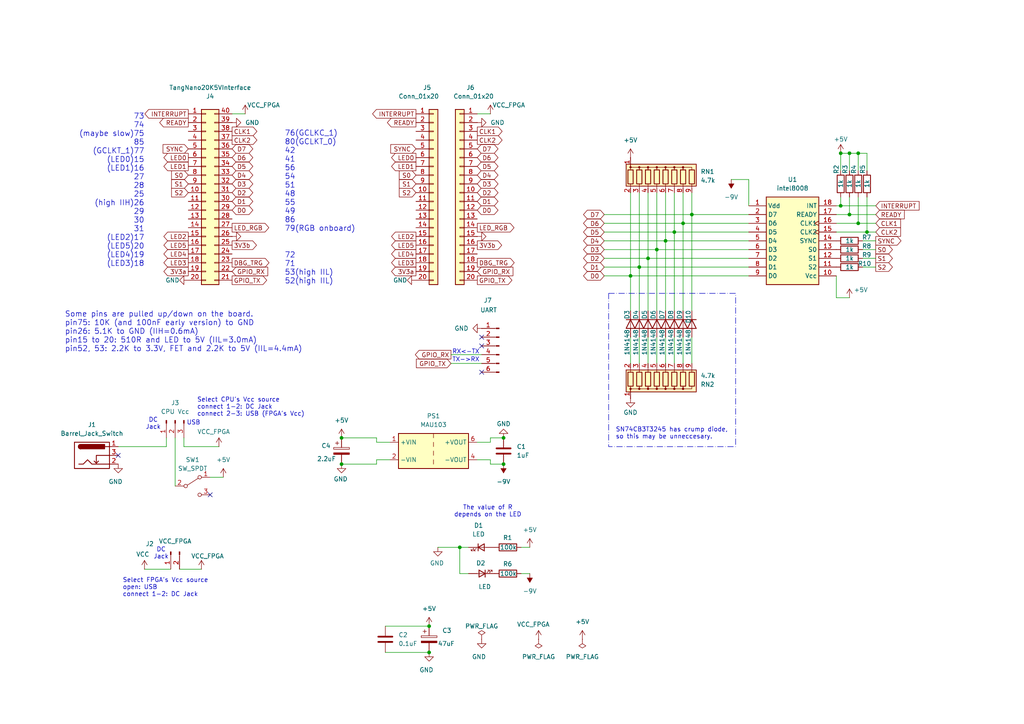
<source format=kicad_sch>
(kicad_sch (version 20231120) (generator "eeschema") (generator_version "8.0")
  (paper "A4")
  (title_block (title "Memory System for Intel 8008  (MCS-8) using Tang Nano 20K") (date "2024-08-02") (rev "1.0") (company "Ryo Mukai"))
  (lib_symbols
    (symbol "000_MyLibrary:1N4148" (pin_numbers hide) (pin_names hide)
      (property "Reference" "D" (at 0 2.54 0))
      (property "Value" "1N4148" (at 0 -2.54 0))
      (symbol "1N4148_1_1"
        (pin passive line (at -3.81 0 0) (length 2.54) (name "K") (number "1"))
        (pin passive line (at 3.81 0 180) (length 2.54) (name "A") (number "2"))
      )
    )
    (symbol "000_MyLibrary:Barrel_Jack_Switch" (pin_names hide)
      (property "Reference" "J" (at 0 5.334 0))
      (property "Value" "Barrel_Jack_Switch" (at 0 -5.08 0))
      (symbol "Barrel_Jack_Switch_1_1"
        (pin passive line (at 7.62 2.54 180) (length 2.54) (name "~") (number "1"))
        (pin passive line (at 7.62 -2.54 180) (length 2.54) (name "~") (number "2"))
        (pin passive line (at 7.62 0 180) (length 2.54) (name "~") (number "3"))
      )
    )
    (symbol "000_MyLibrary:C" (pin_numbers hide) (pin_names (offset 0.254))
      (property "Reference" "C" (at 0.635 2.54 0))
      (property "Value" "C" (at 0.635 -2.54 0))
      (symbol "C_1_1"
        (pin passive line (at 0 3.81 270) (length 2.794) (name "~") (number "1"))
        (pin passive line (at 0 -3.81 90) (length 2.794) (name "~") (number "2"))
      )
    )
    (symbol "000_MyLibrary:C_Polarized" (pin_numbers hide) (pin_names (offset 0.254))
      (property "Reference" "C" (at 0.635 2.54 0))
      (property "Value" "C_Polarized" (at 0.635 -2.54 0))
      (symbol "C_Polarized_1_1"
        (pin passive line (at 0 3.81 270) (length 2.794) (name "~") (number "1"))
        (pin passive line (at 0 -3.81 90) (length 2.794) (name "~") (number "2"))
      )
    )
    (symbol "000_MyLibrary:Conn_01x02_Male" (pin_names (offset 1.016) hide)
      (property "Reference" "J" (at 0 2.54 0))
      (property "Value" "Conn_01x02_Male" (at 0 -5.08 0))
      (symbol "Conn_01x02_Male_1_1"
        (pin passive line (at 5.08 0 180) (length 3.81) (name "Pin_1") (number "1"))
        (pin passive line (at 5.08 -2.54 180) (length 3.81) (name "Pin_2") (number "2"))
      )
    )
    (symbol "000_MyLibrary:Conn_01x03_Male" (pin_names (offset 1.016) hide)
      (property "Reference" "J" (at 0 5.08 0))
      (property "Value" "Conn_01x03_Male" (at 0 -5.08 0))
      (symbol "Conn_01x03_Male_1_1"
        (pin passive line (at 5.08 2.54 180) (length 3.81) (name "Pin_1") (number "1"))
        (pin passive line (at 5.08 0 180) (length 3.81) (name "Pin_2") (number "2"))
        (pin passive line (at 5.08 -2.54 180) (length 3.81) (name "Pin_3") (number "3"))
      )
    )
    (symbol "000_MyLibrary:Conn_01x06_Pin" (pin_names (offset 1.016) hide)
      (property "Reference" "J" (at 0 7.62 0))
      (property "Value" "Conn_01x06_Pin" (at 0 -10.16 0))
      (symbol "Conn_01x06_Pin_1_1"
        (pin passive line (at 5.08 5.08 180) (length 3.81) (name "Pin_1") (number "1"))
        (pin passive line (at 5.08 2.54 180) (length 3.81) (name "Pin_2") (number "2"))
        (pin passive line (at 5.08 0 180) (length 3.81) (name "Pin_3") (number "3"))
        (pin passive line (at 5.08 -2.54 180) (length 3.81) (name "Pin_4") (number "4"))
        (pin passive line (at 5.08 -5.08 180) (length 3.81) (name "Pin_5") (number "5"))
        (pin passive line (at 5.08 -7.62 180) (length 3.81) (name "Pin_6") (number "6"))
      )
    )
    (symbol "000_MyLibrary:Conn_01x20" (pin_names (offset 1.016) hide)
      (property "Reference" "J" (at 0 25.4 0))
      (property "Value" "Conn_01x20" (at 0 -27.94 0))
      (symbol "Conn_01x20_1_1"
        (pin passive line (at -5.08 22.86 0) (length 3.81) (name "Pin_1") (number "1"))
        (pin passive line (at -5.08 0 0) (length 3.81) (name "Pin_10") (number "10"))
        (pin passive line (at -5.08 -2.54 0) (length 3.81) (name "Pin_11") (number "11"))
        (pin passive line (at -5.08 -5.08 0) (length 3.81) (name "Pin_12") (number "12"))
        (pin passive line (at -5.08 -7.62 0) (length 3.81) (name "Pin_13") (number "13"))
        (pin passive line (at -5.08 -10.16 0) (length 3.81) (name "Pin_14") (number "14"))
        (pin passive line (at -5.08 -12.7 0) (length 3.81) (name "Pin_15") (number "15"))
        (pin passive line (at -5.08 -15.24 0) (length 3.81) (name "Pin_16") (number "16"))
        (pin passive line (at -5.08 -17.78 0) (length 3.81) (name "Pin_17") (number "17"))
        (pin passive line (at -5.08 -20.32 0) (length 3.81) (name "Pin_18") (number "18"))
        (pin passive line (at -5.08 -22.86 0) (length 3.81) (name "Pin_19") (number "19"))
        (pin passive line (at -5.08 20.32 0) (length 3.81) (name "Pin_2") (number "2"))
        (pin passive line (at -5.08 -25.4 0) (length 3.81) (name "Pin_20") (number "20"))
        (pin passive line (at -5.08 17.78 0) (length 3.81) (name "Pin_3") (number "3"))
        (pin passive line (at -5.08 15.24 0) (length 3.81) (name "Pin_4") (number "4"))
        (pin passive line (at -5.08 12.7 0) (length 3.81) (name "Pin_5") (number "5"))
        (pin passive line (at -5.08 10.16 0) (length 3.81) (name "Pin_6") (number "6"))
        (pin passive line (at -5.08 7.62 0) (length 3.81) (name "Pin_7") (number "7"))
        (pin passive line (at -5.08 5.08 0) (length 3.81) (name "Pin_8") (number "8"))
        (pin passive line (at -5.08 2.54 0) (length 3.81) (name "Pin_9") (number "9"))
      )
    )
    (symbol "000_MyLibrary:Conn_02x20_Counter_Clockwise" (pin_names (offset 1.016) hide)
      (property "Reference" "J" (at 1.27 25.4 0))
      (property "Value" "Conn_02x20_Counter_Clockwise" (at 1.27 -27.94 0))
      (symbol "Conn_02x20_Counter_Clockwise_1_1"
        (pin passive line (at -5.08 22.86 0) (length 3.81) (name "Pin_1") (number "1"))
        (pin passive line (at -5.08 0 0) (length 3.81) (name "Pin_10") (number "10"))
        (pin passive line (at -5.08 -2.54 0) (length 3.81) (name "Pin_11") (number "11"))
        (pin passive line (at -5.08 -5.08 0) (length 3.81) (name "Pin_12") (number "12"))
        (pin passive line (at -5.08 -7.62 0) (length 3.81) (name "Pin_13") (number "13"))
        (pin passive line (at -5.08 -10.16 0) (length 3.81) (name "Pin_14") (number "14"))
        (pin passive line (at -5.08 -12.7 0) (length 3.81) (name "Pin_15") (number "15"))
        (pin passive line (at -5.08 -15.24 0) (length 3.81) (name "Pin_16") (number "16"))
        (pin passive line (at -5.08 -17.78 0) (length 3.81) (name "Pin_17") (number "17"))
        (pin passive line (at -5.08 -20.32 0) (length 3.81) (name "Pin_18") (number "18"))
        (pin passive line (at -5.08 -22.86 0) (length 3.81) (name "Pin_19") (number "19"))
        (pin passive line (at -5.08 20.32 0) (length 3.81) (name "Pin_2") (number "2"))
        (pin passive line (at -5.08 -25.4 0) (length 3.81) (name "Pin_20") (number "20"))
        (pin passive line (at 7.62 -25.4 180) (length 3.81) (name "Pin_21") (number "21"))
        (pin passive line (at 7.62 -22.86 180) (length 3.81) (name "Pin_22") (number "22"))
        (pin passive line (at 7.62 -20.32 180) (length 3.81) (name "Pin_23") (number "23"))
        (pin passive line (at 7.62 -17.78 180) (length 3.81) (name "Pin_24") (number "24"))
        (pin passive line (at 7.62 -15.24 180) (length 3.81) (name "Pin_25") (number "25"))
        (pin passive line (at 7.62 -12.7 180) (length 3.81) (name "Pin_26") (number "26"))
        (pin passive line (at 7.62 -10.16 180) (length 3.81) (name "Pin_27") (number "27"))
        (pin passive line (at 7.62 -7.62 180) (length 3.81) (name "Pin_28") (number "28"))
        (pin passive line (at 7.62 -5.08 180) (length 3.81) (name "Pin_29") (number "29"))
        (pin passive line (at -5.08 17.78 0) (length 3.81) (name "Pin_3") (number "3"))
        (pin passive line (at 7.62 -2.54 180) (length 3.81) (name "Pin_30") (number "30"))
        (pin passive line (at 7.62 0 180) (length 3.81) (name "Pin_31") (number "31"))
        (pin passive line (at 7.62 2.54 180) (length 3.81) (name "Pin_32") (number "32"))
        (pin passive line (at 7.62 5.08 180) (length 3.81) (name "Pin_33") (number "33"))
        (pin passive line (at 7.62 7.62 180) (length 3.81) (name "Pin_34") (number "34"))
        (pin passive line (at 7.62 10.16 180) (length 3.81) (name "Pin_35") (number "35"))
        (pin passive line (at 7.62 12.7 180) (length 3.81) (name "Pin_36") (number "36"))
        (pin passive line (at 7.62 15.24 180) (length 3.81) (name "Pin_37") (number "37"))
        (pin passive line (at 7.62 17.78 180) (length 3.81) (name "Pin_38") (number "38"))
        (pin passive line (at 7.62 20.32 180) (length 3.81) (name "Pin_39") (number "39"))
        (pin passive line (at -5.08 15.24 0) (length 3.81) (name "Pin_4") (number "4"))
        (pin passive line (at 7.62 22.86 180) (length 3.81) (name "Pin_40") (number "40"))
        (pin passive line (at -5.08 12.7 0) (length 3.81) (name "Pin_5") (number "5"))
        (pin passive line (at -5.08 10.16 0) (length 3.81) (name "Pin_6") (number "6"))
        (pin passive line (at -5.08 7.62 0) (length 3.81) (name "Pin_7") (number "7"))
        (pin passive line (at -5.08 5.08 0) (length 3.81) (name "Pin_8") (number "8"))
        (pin passive line (at -5.08 2.54 0) (length 3.81) (name "Pin_9") (number "9"))
      )
    )
    (symbol "000_MyLibrary:LED" (pin_numbers hide) (pin_names (offset 1.016) hide)
      (property "Reference" "D" (at 0.254 2.54 0))
      (property "Value" "LED" (at 0.254 -2.54 0))
      (symbol "LED_1_1"
        (pin passive line (at -3.81 0 0) (length 2.54) (name "K") (number "1"))
        (pin passive line (at 3.81 0 180) (length 2.54) (name "A") (number "2"))
      )
    )
    (symbol "000_MyLibrary:MAU103"
      (property "Reference" "PS" (at 0 11.43 0))
      (property "Value" "MAU103" (at 0 8.89 0))
      (symbol "MAU103_1_1"
        (pin power_in line (at -12.7 5.08 0) (length 2.54) (name "+VIN") (number "1"))
        (pin power_in line (at -12.7 0 0) (length 2.54) (name "-VIN") (number "2"))
        (pin power_out line (at 12.7 0 180) (length 2.54) (name "-VOUT") (number "4"))
        (pin power_out line (at 12.7 5.08 180) (length 2.54) (name "+VOUT") (number "6"))
      )
    )
    (symbol "000_MyLibrary:R" (pin_numbers hide) (pin_names (offset 0))
      (property "Reference" "R" (at 2.032 0 90))
      (property "Value" "R" (at 0 0 90))
      (symbol "R_1_1"
        (pin passive line (at 0 3.81 270) (length 1.27) (name "~") (number "1"))
        (pin passive line (at 0 -3.81 90) (length 1.27) (name "~") (number "2"))
      )
    )
    (symbol "000_MyLibrary:R_Network08" (pin_names (offset 0) hide)
      (property "Reference" "RN" (at -12.7 0 90))
      (property "Value" "R_Network08" (at 10.16 0 90))
      (symbol "R_Network08_1_1"
        (pin passive line (at -10.16 5.08 270) (length 2.54) (name "common") (number "1"))
        (pin passive line (at -10.16 -5.08 90) (length 1.27) (name "R1") (number "2"))
        (pin passive line (at -7.62 -5.08 90) (length 1.27) (name "R2") (number "3"))
        (pin passive line (at -5.08 -5.08 90) (length 1.27) (name "R3") (number "4"))
        (pin passive line (at -2.54 -5.08 90) (length 1.27) (name "R4") (number "5"))
        (pin passive line (at 0 -5.08 90) (length 1.27) (name "R5") (number "6"))
        (pin passive line (at 2.54 -5.08 90) (length 1.27) (name "R6") (number "7"))
        (pin passive line (at 5.08 -5.08 90) (length 1.27) (name "R7") (number "8"))
        (pin passive line (at 7.62 -5.08 90) (length 1.27) (name "R8") (number "9"))
      )
    )
    (symbol "000_MyLibrary:SW_SPDT" (pin_names (offset 0) hide)
      (property "Reference" "SW" (at 0 4.318 0))
      (property "Value" "SW_SPDT" (at 0 -5.08 0))
      (symbol "SW_SPDT_1_1"
        (pin passive line (at 5.08 2.54 180) (length 2.54) (name "A") (number "1"))
        (pin passive line (at -5.08 0 0) (length 2.54) (name "B") (number "2"))
        (pin passive line (at 5.08 -2.54 180) (length 2.54) (name "C") (number "3"))
      )
    )
    (symbol "000_MyLibrary:intel8008"
      (property "Reference" "U" (at -7.62 16.51 0))
      (property "Value" "intel8008" (at 0 13.97 0))
      (symbol "intel8008_1_0"
        (pin power_in line (at -12.7 10.16 0) (length 5.08) (name "Vdd") (number "1"))
        (pin power_in line (at 12.7 -10.16 180) (length 5.08) (name "Vcc") (number "10"))
        (pin output line (at 12.7 -7.62 180) (length 5.08) (name "S2") (number "11"))
        (pin output line (at 12.7 -5.08 180) (length 5.08) (name "S1") (number "12"))
        (pin output line (at 12.7 -2.54 180) (length 5.08) (name "S0") (number "13"))
        (pin output line (at 12.7 0 180) (length 5.08) (name "SYNC") (number "14"))
        (pin output clock (at 12.7 2.54 180) (length 5.08) (name "CLK2") (number "15"))
        (pin output clock (at 12.7 5.08 180) (length 5.08) (name "CLK1") (number "16"))
        (pin input line (at 12.7 7.62 180) (length 5.08) (name "READY") (number "17"))
        (pin input line (at 12.7 10.16 180) (length 5.08) (name "INT") (number "18"))
        (pin bidirectional line (at -12.7 7.62 0) (length 5.08) (name "D7") (number "2"))
        (pin bidirectional line (at -12.7 5.08 0) (length 5.08) (name "D6") (number "3"))
        (pin bidirectional line (at -12.7 2.54 0) (length 5.08) (name "D5") (number "4"))
        (pin bidirectional line (at -12.7 0 0) (length 5.08) (name "D4") (number "5"))
        (pin bidirectional line (at -12.7 -2.54 0) (length 5.08) (name "D3") (number "6"))
        (pin bidirectional line (at -12.7 -5.08 0) (length 5.08) (name "D2") (number "7"))
        (pin bidirectional line (at -12.7 -7.62 0) (length 5.08) (name "D1") (number "8"))
        (pin bidirectional line (at -12.7 -10.16 0) (length 5.08) (name "D0") (number "9"))
      )
    )
    (symbol "power:+5V" (power) (pin_numbers hide) (pin_names (offset 0) hide)
      (property "Value" "+5V" (at 0 3.556 0))
      (symbol "+5V_1_1"
        (pin power_in line (at 0 0 90) (length 0) (name "~") (number "1"))
      )
    )
    (symbol "power:-9V" (power) (pin_numbers hide) (pin_names (offset 0) hide)
      (property "Value" "-9V" (at 0 3.556 0))
      (symbol "-9V_1_1"
        (pin power_in line (at 0 0 90) (length 0) (name "~") (number "1"))
      )
    )
    (symbol "power:GND" (power) (pin_numbers hide) (pin_names (offset 0) hide)
      (property "Value" "GND" (at 0 -3.81 0))
      (symbol "GND_1_1"
        (pin power_in line (at 0 0 270) (length 0) (name "~") (number "1"))
      )
    )
    (symbol "power:PWR_FLAG" (power) (pin_numbers hide) (pin_names (offset 0) hide)
      (property "Value" "PWR_FLAG" (at 0 3.81 0))
      (symbol "PWR_FLAG_0_0"
        (pin power_out line (at 0 0 90) (length 0) (name "~") (number "1"))
      )
    )
    (symbol "power:VCC" (power) (pin_numbers hide) (pin_names (offset 0) hide)
      (property "Value" "VCC" (at 0 3.556 0))
      (symbol "VCC_1_1"
        (pin power_in line (at 0 0 90) (length 0) (name "~") (number "1"))
      )
    )
  )
  (junction (at 124.46 181.61))
  (junction (at 248.92 44.45))
  (junction (at 146.05 134.62))
  (junction (at 246.38 44.45))
  (junction (at 193.04 69.85))
  (junction (at 248.92 64.77))
  (junction (at 195.58 67.31))
  (junction (at 99.06 134.62))
  (junction (at 198.12 64.77))
  (junction (at 243.84 44.45))
  (junction (at 133.35 158.75))
  (junction (at 124.46 189.23))
  (junction (at 182.88 80.01))
  (junction (at 243.84 59.69))
  (junction (at 246.38 62.23))
  (junction (at 185.42 77.47))
  (junction (at 99.06 127))
  (junction (at 251.46 67.31))
  (junction (at 200.66 62.23))
  (junction (at 187.96 74.93))
  (junction (at 190.5 72.39))
  (junction (at 146.05 127))
  (no_connect (at 139.7 97.79))
  (no_connect (at 139.7 107.95))
  (no_connect (at 139.7 100.33))
  (no_connect (at 60.96 143.51))
  (no_connect (at 34.29 132.08))
  (wire (pts (xy 48.26 127) (xy 48.26 129.54)))
  (wire (pts (xy 142.24 134.62) (xy 146.05 134.62)))
  (wire (pts (xy 175.26 77.47) (xy 185.42 77.47)))
  (wire (pts (xy 248.92 49.53) (xy 248.92 44.45)))
  (wire (pts (xy 248.92 64.77) (xy 254 64.77)))
  (wire (pts (xy 50.8 127) (xy 50.8 140.97)))
  (wire (pts (xy 34.29 129.54) (xy 48.26 129.54)))
  (wire (pts (xy 175.26 69.85) (xy 193.04 69.85)))
  (wire (pts (xy 195.58 105.41) (xy 195.58 97.79)))
  (wire (pts (xy 193.04 105.41) (xy 193.04 97.79)))
  (wire (pts (xy 190.5 55.88) (xy 190.5 72.39)))
  (wire (pts (xy 151.13 166.37) (xy 153.67 166.37)))
  (wire (pts (xy 142.24 127) (xy 146.05 127)))
  (wire (pts (xy 198.12 64.77) (xy 198.12 90.17)))
  (wire (pts (xy 142.24 133.35) (xy 138.43 133.35)))
  (wire (pts (xy 251.46 44.45) (xy 248.92 44.45)))
  (wire (pts (xy 242.57 86.36) (xy 242.57 80.01)))
  (wire (pts (xy 175.26 67.31) (xy 195.58 67.31)))
  (wire (pts (xy 243.84 59.69) (xy 254 59.69)))
  (wire (pts (xy 250.19 74.93) (xy 254 74.93)))
  (wire (pts (xy 53.34 129.54) (xy 53.34 127)))
  (wire (pts (xy 182.88 105.41) (xy 182.88 97.79)))
  (wire (pts (xy 243.84 49.53) (xy 243.84 44.45)))
  (wire (pts (xy 251.46 67.31) (xy 254 67.31)))
  (wire (pts (xy 187.96 74.93) (xy 187.96 90.17)))
  (wire (pts (xy 246.38 62.23) (xy 254 62.23)))
  (wire (pts (xy 175.26 72.39) (xy 190.5 72.39)))
  (wire (pts (xy 133.35 166.37) (xy 135.89 166.37)))
  (wire (pts (xy 250.19 77.47) (xy 254 77.47)))
  (wire (pts (xy 190.5 72.39) (xy 217.17 72.39)))
  (wire (pts (xy 151.13 158.75) (xy 153.67 158.75)))
  (wire (pts (xy 242.57 62.23) (xy 246.38 62.23)))
  (wire (pts (xy 248.92 57.15) (xy 248.92 64.77)))
  (wire (pts (xy 185.42 77.47) (xy 185.42 90.17)))
  (wire (pts (xy 175.26 74.93) (xy 187.96 74.93)))
  (wire (pts (xy 248.92 44.45) (xy 246.38 44.45)))
  (wire (pts (xy 111.76 189.23) (xy 124.46 189.23)))
  (wire (pts (xy 193.04 69.85) (xy 193.04 90.17)))
  (wire (pts (xy 251.46 49.53) (xy 251.46 44.45)))
  (wire (pts (xy 200.66 62.23) (xy 200.66 90.17)))
  (wire (pts (xy 200.66 55.88) (xy 200.66 62.23)))
  (wire (pts (xy 142.24 128.27) (xy 142.24 127)))
  (wire (pts (xy 242.57 59.69) (xy 243.84 59.69)))
  (wire (pts (xy 217.17 52.07) (xy 217.17 59.69)))
  (wire (pts (xy 109.22 134.62) (xy 109.22 133.35)))
  (wire (pts (xy 142.24 133.35) (xy 142.24 134.62)))
  (wire (pts (xy 195.58 55.88) (xy 195.58 67.31)))
  (wire (pts (xy 250.19 72.39) (xy 254 72.39)))
  (wire (pts (xy 127 158.75) (xy 133.35 158.75)))
  (wire (pts (xy 182.88 55.88) (xy 182.88 80.01)))
  (wire (pts (xy 71.12 33.02) (xy 67.31 33.02)))
  (wire (pts (xy 175.26 80.01) (xy 182.88 80.01)))
  (wire (pts (xy 109.22 128.27) (xy 113.03 128.27)))
  (wire (pts (xy 212.09 52.07) (xy 217.17 52.07)))
  (wire (pts (xy 52.07 165.1) (xy 58.42 165.1)))
  (wire (pts (xy 182.88 80.01) (xy 217.17 80.01)))
  (wire (pts (xy 246.38 57.15) (xy 246.38 62.23)))
  (wire (pts (xy 198.12 105.41) (xy 198.12 97.79)))
  (wire (pts (xy 175.26 64.77) (xy 198.12 64.77)))
  (wire (pts (xy 133.35 158.75) (xy 135.89 158.75)))
  (wire (pts (xy 195.58 67.31) (xy 195.58 90.17)))
  (wire (pts (xy 243.84 57.15) (xy 243.84 59.69)))
  (wire (pts (xy 175.26 62.23) (xy 200.66 62.23)))
  (wire (pts (xy 63.5 129.54) (xy 53.34 129.54)))
  (wire (pts (xy 190.5 72.39) (xy 190.5 90.17)))
  (wire (pts (xy 246.38 44.45) (xy 243.84 44.45)))
  (wire (pts (xy 185.42 105.41) (xy 185.42 97.79)))
  (wire (pts (xy 41.91 165.1) (xy 49.53 165.1)))
  (wire (pts (xy 242.57 64.77) (xy 248.92 64.77)))
  (wire (pts (xy 142.24 33.02) (xy 138.43 33.02)))
  (wire (pts (xy 187.96 105.41) (xy 187.96 97.79)))
  (wire (pts (xy 109.22 133.35) (xy 113.03 133.35)))
  (wire (pts (xy 250.19 69.85) (xy 254 69.85)))
  (wire (pts (xy 99.06 127) (xy 109.22 127)))
  (wire (pts (xy 130.81 102.87) (xy 139.7 102.87)))
  (wire (pts (xy 200.66 105.41) (xy 200.66 97.79)))
  (wire (pts (xy 60.96 138.43) (xy 64.77 138.43)))
  (wire (pts (xy 182.88 90.17) (xy 182.88 80.01)))
  (wire (pts (xy 109.22 127) (xy 109.22 128.27)))
  (wire (pts (xy 187.96 74.93) (xy 217.17 74.93)))
  (wire (pts (xy 246.38 86.36) (xy 242.57 86.36)))
  (wire (pts (xy 111.76 181.61) (xy 124.46 181.61)))
  (wire (pts (xy 198.12 64.77) (xy 217.17 64.77)))
  (wire (pts (xy 251.46 57.15) (xy 251.46 67.31)))
  (wire (pts (xy 185.42 55.88) (xy 185.42 77.47)))
  (wire (pts (xy 138.43 128.27) (xy 142.24 128.27)))
  (wire (pts (xy 133.35 158.75) (xy 133.35 166.37)))
  (wire (pts (xy 99.06 134.62) (xy 109.22 134.62)))
  (wire (pts (xy 193.04 55.88) (xy 193.04 69.85)))
  (wire (pts (xy 193.04 69.85) (xy 217.17 69.85)))
  (wire (pts (xy 190.5 105.41) (xy 190.5 97.79)))
  (wire (pts (xy 187.96 55.88) (xy 187.96 74.93)))
  (wire (pts (xy 185.42 77.47) (xy 217.17 77.47)))
  (wire (pts (xy 198.12 55.88) (xy 198.12 64.77)))
  (wire (pts (xy 130.81 105.41) (xy 139.7 105.41)))
  (wire (pts (xy 242.57 67.31) (xy 251.46 67.31)))
  (wire (pts (xy 195.58 67.31) (xy 217.17 67.31)))
  (wire (pts (xy 200.66 62.23) (xy 217.17 62.23)))
  (wire (pts (xy 246.38 49.53) (xy 246.38 44.45)))
  (rectangle (start 176.53 85.09) (end 213.36 129.54) (stroke (width 0) (type dash_dot)))
  (text "SN74CB3T3245 has crump diode, \nso this may be unneccesary." (at 178.562 125.73 0) (effects (font (size 1.27 1.27)) (justify left)))
  (text "RX<-TX" (at 135.128 102.108 0) (effects (font (size 1.27 1.27))))
  (text "USB" (at 56.134 122.682 0) (effects (font (size 1.27 1.27))))
  (text "72\n71\n53(high IIL)\n52(high IIL)" (at 82.55 82.55 0) (effects (font (size 1.56 1.56)) (justify left bottom)))
  (text "73\n74\n(maybe slow)75\n85\n(GCLKT_1)77\n(LED0)15\n(LED1)16\n27\n28\n25\n(high IIH)26\n29\n30\n31\n(LED2)17\n(LED5)20\n(LED4)19\n(LED3)18" (at 41.91 77.47 0) (effects (font (size 1.56 1.56)) (justify right bottom)))
  (text "76(GCLKC_1)\n80(GCLKT_0)\n42\n41\n56\n54\n51\n48\n55\n49\n86\n79(RGB onboard)" (at 82.55 67.31 0) (effects (font (size 1.56 1.56)) (justify left bottom)))
  (text "Some pins are pulled up/down on the board.\npin75: 10K (and 100nF early version) to GND\npin26: 5.1K to GND (IIH=0.6mA)\npin15 to 20: 510R and LED to 5V (IIL=3.0mA)\npin52, 53: 2.2K to 3.3V, FET and 2.2K to 5V (IIL=4.4mA)\n" (at 18.796 96.266 0) (effects (font (size 1.56 1.56)) (justify left)))
  (text "DC\nJack" (at 46.736 160.528 0) (effects (font (size 1.27 1.27))))
  (text "Select FPGA's Vcc source\nopen: USB\nconnect 1-2: DC Jack" (at 35.56 170.434 0) (effects (font (size 1.27 1.27)) (justify left)))
  (text "Select CPU's Vcc source\nconnect 1-2: DC Jack\nconnect 2-3: USB (FPGA's Vcc)" (at 57.15 118.11 0) (effects (font (size 1.27 1.27)) (justify left)))
  (text "DC\nJack" (at 44.45 122.936 0) (effects (font (size 1.27 1.27))))
  (text "The value of R\ndepends on the LED" (at 141.478 148.336 0) (effects (font (size 1.27 1.27))))
  (text "TX->RX" (at 135.128 104.394 0) (effects (font (size 1.27 1.27))))
  (global_label "D7" (shape bidirectional) (at 67.31 43.18 0) (property "Intersheetrefs" "${INTERSHEET_REFS}" (effects (hide yes))))
  (global_label "CLK2" (shape output) (at 67.31 40.64 0) (property "Intersheetrefs" "${INTERSHEET_REFS}" (effects (hide yes))))
  (global_label "CLK2" (shape input) (at 254 67.31 0) (property "Intersheetrefs" "${INTERSHEET_REFS}" (effects (hide yes))))
  (global_label "D6" (shape bidirectional) (at 67.31 45.72 0) (property "Intersheetrefs" "${INTERSHEET_REFS}" (effects (hide yes))))
  (global_label "S2" (shape input) (at 120.65 55.88 180) (property "Intersheetrefs" "${INTERSHEET_REFS}" (effects (hide yes))))
  (global_label "LED0" (shape output) (at 54.61 45.72 180) (property "Intersheetrefs" "${INTERSHEET_REFS}" (effects (hide yes))))
  (global_label "READY" (shape output) (at 54.61 35.56 180) (property "Intersheetrefs" "${INTERSHEET_REFS}" (effects (hide yes))))
  (global_label "D4" (shape bidirectional) (at 67.31 50.8 0) (property "Intersheetrefs" "${INTERSHEET_REFS}" (effects (hide yes))))
  (global_label "SYNC" (shape input) (at 54.61 43.18 180) (property "Intersheetrefs" "${INTERSHEET_REFS}" (effects (hide yes))))
  (global_label "CLK2" (shape output) (at 138.43 40.64 0) (property "Intersheetrefs" "${INTERSHEET_REFS}" (effects (hide yes))))
  (global_label "D1" (shape bidirectional) (at 67.31 58.42 0) (property "Intersheetrefs" "${INTERSHEET_REFS}" (effects (hide yes))))
  (global_label "D3" (shape bidirectional) (at 138.43 53.34 0) (property "Intersheetrefs" "${INTERSHEET_REFS}" (effects (hide yes))))
  (global_label "GPIO_TX" (shape output) (at 138.43 81.28 0) (property "Intersheetrefs" "${INTERSHEET_REFS}" (effects (hide yes))))
  (global_label "D4" (shape bidirectional) (at 138.43 50.8 0) (property "Intersheetrefs" "${INTERSHEET_REFS}" (effects (hide yes))))
  (global_label "D3" (shape bidirectional) (at 175.26 72.39 180) (property "Intersheetrefs" "${INTERSHEET_REFS}" (effects (hide yes))))
  (global_label "3V3a" (shape output) (at 120.65 78.74 180) (property "Intersheetrefs" "${INTERSHEET_REFS}" (effects (hide yes))))
  (global_label "GPIO_TX" (shape output) (at 67.31 81.28 0) (property "Intersheetrefs" "${INTERSHEET_REFS}" (effects (hide yes))))
  (global_label "INTERRUPT" (shape input) (at 254 59.69 0) (property "Intersheetrefs" "${INTERSHEET_REFS}" (effects (hide yes))))
  (global_label "D0" (shape bidirectional) (at 138.43 60.96 0) (property "Intersheetrefs" "${INTERSHEET_REFS}" (effects (hide yes))))
  (global_label "READY" (shape input) (at 254 62.23 0) (property "Intersheetrefs" "${INTERSHEET_REFS}" (effects (hide yes))))
  (global_label "D5" (shape bidirectional) (at 67.31 48.26 0) (property "Intersheetrefs" "${INTERSHEET_REFS}" (effects (hide yes))))
  (global_label "CLK1" (shape output) (at 67.31 38.1 0) (property "Intersheetrefs" "${INTERSHEET_REFS}" (effects (hide yes))))
  (global_label "LED1" (shape output) (at 54.61 48.26 180) (property "Intersheetrefs" "${INTERSHEET_REFS}" (effects (hide yes))))
  (global_label "D2" (shape bidirectional) (at 67.31 55.88 0) (property "Intersheetrefs" "${INTERSHEET_REFS}" (effects (hide yes))))
  (global_label "D3" (shape bidirectional) (at 67.31 53.34 0) (property "Intersheetrefs" "${INTERSHEET_REFS}" (effects (hide yes))))
  (global_label "LED2" (shape output) (at 120.65 68.58 180) (property "Intersheetrefs" "${INTERSHEET_REFS}" (effects (hide yes))))
  (global_label "GPIO_RX" (shape output) (at 130.81 102.87 180) (property "Intersheetrefs" "${INTERSHEET_REFS}" (effects (hide yes))))
  (global_label "S0" (shape input) (at 54.61 50.8 180) (property "Intersheetrefs" "${INTERSHEET_REFS}" (effects (hide yes))))
  (global_label "D0" (shape bidirectional) (at 175.26 80.01 180) (property "Intersheetrefs" "${INTERSHEET_REFS}" (effects (hide yes))))
  (global_label "S1" (shape input) (at 120.65 53.34 180) (property "Intersheetrefs" "${INTERSHEET_REFS}" (effects (hide yes))))
  (global_label "LED_RGB" (shape output) (at 138.43 66.04 0) (property "Intersheetrefs" "${INTERSHEET_REFS}" (effects (hide yes))))
  (global_label "LED2" (shape output) (at 54.61 68.58 180) (property "Intersheetrefs" "${INTERSHEET_REFS}" (effects (hide yes))))
  (global_label "D1" (shape bidirectional) (at 175.26 77.47 180) (property "Intersheetrefs" "${INTERSHEET_REFS}" (effects (hide yes))))
  (global_label "LED5" (shape output) (at 54.61 71.12 180) (property "Intersheetrefs" "${INTERSHEET_REFS}" (effects (hide yes))))
  (global_label "LED5" (shape output) (at 120.65 71.12 180) (property "Intersheetrefs" "${INTERSHEET_REFS}" (effects (hide yes))))
  (global_label "3V3b" (shape output) (at 138.43 71.12 0) (property "Intersheetrefs" "${INTERSHEET_REFS}" (effects (hide yes))))
  (global_label "D7" (shape bidirectional) (at 175.26 62.23 180) (property "Intersheetrefs" "${INTERSHEET_REFS}" (effects (hide yes))))
  (global_label "LED0" (shape output) (at 120.65 45.72 180) (property "Intersheetrefs" "${INTERSHEET_REFS}" (effects (hide yes))))
  (global_label "CLK1" (shape output) (at 138.43 38.1 0) (property "Intersheetrefs" "${INTERSHEET_REFS}" (effects (hide yes))))
  (global_label "S0" (shape input) (at 120.65 50.8 180) (property "Intersheetrefs" "${INTERSHEET_REFS}" (effects (hide yes))))
  (global_label "INTERRUPT" (shape output) (at 120.65 33.02 180) (property "Intersheetrefs" "${INTERSHEET_REFS}" (effects (hide yes))))
  (global_label "D1" (shape bidirectional) (at 138.43 58.42 0) (property "Intersheetrefs" "${INTERSHEET_REFS}" (effects (hide yes))))
  (global_label "S2" (shape input) (at 54.61 55.88 180) (property "Intersheetrefs" "${INTERSHEET_REFS}" (effects (hide yes))))
  (global_label "INTERRUPT" (shape output) (at 54.61 33.02 180) (property "Intersheetrefs" "${INTERSHEET_REFS}" (effects (hide yes))))
  (global_label "3V3b" (shape output) (at 67.31 71.12 0) (property "Intersheetrefs" "${INTERSHEET_REFS}" (effects (hide yes))))
  (global_label "D5" (shape bidirectional) (at 175.26 67.31 180) (property "Intersheetrefs" "${INTERSHEET_REFS}" (effects (hide yes))))
  (global_label "D6" (shape bidirectional) (at 175.26 64.77 180) (property "Intersheetrefs" "${INTERSHEET_REFS}" (effects (hide yes))))
  (global_label "LED4" (shape output) (at 54.61 73.66 180) (property "Intersheetrefs" "${INTERSHEET_REFS}" (effects (hide yes))))
  (global_label "DBG_TRG" (shape output) (at 138.43 76.2 0) (property "Intersheetrefs" "${INTERSHEET_REFS}" (effects (hide yes))))
  (global_label "SYNC" (shape output) (at 254 69.85 0) (property "Intersheetrefs" "${INTERSHEET_REFS}" (effects (hide yes))))
  (global_label "LED3" (shape output) (at 54.61 76.2 180) (property "Intersheetrefs" "${INTERSHEET_REFS}" (effects (hide yes))))
  (global_label "D5" (shape bidirectional) (at 138.43 48.26 0) (property "Intersheetrefs" "${INTERSHEET_REFS}" (effects (hide yes))))
  (global_label "DBG_TRG" (shape output) (at 67.31 76.2 0) (property "Intersheetrefs" "${INTERSHEET_REFS}" (effects (hide yes))))
  (global_label "D2" (shape bidirectional) (at 138.43 55.88 0) (property "Intersheetrefs" "${INTERSHEET_REFS}" (effects (hide yes))))
  (global_label "S1" (shape output) (at 254 74.93 0) (property "Intersheetrefs" "${INTERSHEET_REFS}" (effects (hide yes))))
  (global_label "SYNC" (shape input) (at 120.65 43.18 180) (property "Intersheetrefs" "${INTERSHEET_REFS}" (effects (hide yes))))
  (global_label "D2" (shape bidirectional) (at 175.26 74.93 180) (property "Intersheetrefs" "${INTERSHEET_REFS}" (effects (hide yes))))
  (global_label "READY" (shape output) (at 120.65 35.56 180) (property "Intersheetrefs" "${INTERSHEET_REFS}" (effects (hide yes))))
  (global_label "S1" (shape input) (at 54.61 53.34 180) (property "Intersheetrefs" "${INTERSHEET_REFS}" (effects (hide yes))))
  (global_label "3V3a" (shape output) (at 54.61 78.74 180) (property "Intersheetrefs" "${INTERSHEET_REFS}" (effects (hide yes))))
  (global_label "D7" (shape bidirectional) (at 138.43 43.18 0) (property "Intersheetrefs" "${INTERSHEET_REFS}" (effects (hide yes))))
  (global_label "GPIO_TX" (shape input) (at 130.81 105.41 180) (property "Intersheetrefs" "${INTERSHEET_REFS}" (effects (hide yes))))
  (global_label "GPIO_RX" (shape input) (at 138.43 78.74 0) (property "Intersheetrefs" "${INTERSHEET_REFS}" (effects (hide yes))))
  (global_label "D4" (shape bidirectional) (at 175.26 69.85 180) (property "Intersheetrefs" "${INTERSHEET_REFS}" (effects (hide yes))))
  (global_label "CLK1" (shape input) (at 254 64.77 0) (property "Intersheetrefs" "${INTERSHEET_REFS}" (effects (hide yes))))
  (global_label "LED4" (shape output) (at 120.65 73.66 180) (property "Intersheetrefs" "${INTERSHEET_REFS}" (effects (hide yes))))
  (global_label "LED1" (shape output) (at 120.65 48.26 180) (property "Intersheetrefs" "${INTERSHEET_REFS}" (effects (hide yes))))
  (global_label "LED_RGB" (shape output) (at 67.31 66.04 0) (property "Intersheetrefs" "${INTERSHEET_REFS}" (effects (hide yes))))
  (global_label "S2" (shape output) (at 254 77.47 0) (property "Intersheetrefs" "${INTERSHEET_REFS}" (effects (hide yes))))
  (global_label "S0" (shape output) (at 254 72.39 0) (property "Intersheetrefs" "${INTERSHEET_REFS}" (effects (hide yes))))
  (global_label "D0" (shape bidirectional) (at 67.31 60.96 0) (property "Intersheetrefs" "${INTERSHEET_REFS}" (effects (hide yes))))
  (global_label "D6" (shape bidirectional) (at 138.43 45.72 0) (property "Intersheetrefs" "${INTERSHEET_REFS}" (effects (hide yes))))
  (global_label "GPIO_RX" (shape input) (at 67.31 78.74 0) (property "Intersheetrefs" "${INTERSHEET_REFS}" (effects (hide yes))))
  (global_label "LED3" (shape output) (at 120.65 76.2 180) (property "Intersheetrefs" "${INTERSHEET_REFS}" (effects (hide yes))))
  (symbol (lib_id "power:VCC") (at 156.21 185.42 0) (unit 1)
    (property "Reference" "#PWR021" (effects (hide yes)))
    (property "Value" "VCC_FPGA" (at 154.686 181.102 0))
    (property "Description" "Power symbol creates a global label with name \"VCC\"" (effects (hide yes)))
  )
  (symbol (lib_id "000_MyLibrary:1N4148") (at 198.12 93.98 270) (unit 1)
    (property "Reference" "D9" (at 197.104 89.916 0) (effects (justify left)))
    (property "Value" "1N4148" (at 197.104 95.504 0) (effects (justify left)))
    (property "Description" "General Purpose Rectifier Diode" (effects (hide yes)))
    (property "Sim.Device" "D" (effects (hide yes)))
    (property "Sim.Pins" "1=K 2=A" (effects (hide yes)))
  )
  (symbol (lib_id "000_MyLibrary:R") (at 246.38 72.39 90) (unit 1)
    (property "Reference" "R8" (at 252.73 71.374 90) (effects (justify left)))
    (property "Value" "1k" (at 247.65 72.39 90) (effects (justify left)))
    (property "Footprint" "000_MyFootprint:R_Axial_DIN0207_L6.3mm_D2.5mm_P7.62mm_Horizontal" (effects (hide yes)))
    (property "Description" "Resistor" (effects (hide yes)))
  )
  (symbol (lib_id "000_MyLibrary:1N4148") (at 193.04 93.98 270) (unit 1)
    (property "Reference" "D7" (at 192.024 89.916 0) (effects (justify left)))
    (property "Value" "1N4148" (at 192.024 95.504 0) (effects (justify left)))
    (property "Description" "General Purpose Rectifier Diode" (effects (hide yes)))
    (property "Sim.Device" "D" (effects (hide yes)))
    (property "Sim.Pins" "1=K 2=A" (effects (hide yes)))
  )
  (symbol (lib_id "power:+5V") (at 64.77 138.43 0) (unit 1)
    (property "Reference" "#PWR025" (effects (hide yes)))
    (property "Value" "+5V" (at 64.77 133.35 0))
    (property "Description" "Power symbol creates a global label with name \"+5V\"" (effects (hide yes)))
  )
  (symbol (lib_id "power:+5V") (at 246.38 86.36 0) (unit 1)
    (property "Reference" "#PWR027" (effects (hide yes)))
    (property "Value" "+5V" (at 249.682 84.074 0))
    (property "Description" "Power symbol creates a global label with name \"+5V\"" (effects (hide yes)))
  )
  (symbol (lib_id "000_MyLibrary:1N4148") (at 187.96 93.98 270) (unit 1)
    (property "Reference" "D5" (at 186.944 89.916 0) (effects (justify left)))
    (property "Value" "1N4148" (at 186.944 95.504 0) (effects (justify left)))
    (property "Description" "General Purpose Rectifier Diode" (effects (hide yes)))
    (property "Sim.Device" "D" (effects (hide yes)))
    (property "Sim.Pins" "1=K 2=A" (effects (hide yes)))
  )
  (symbol (lib_id "power:VCC") (at 71.12 33.02 0) (unit 1)
    (property "Reference" "#PWR09" (effects (hide yes)))
    (property "Value" "VCC_FPGA" (at 76.454 30.48 0))
    (property "Description" "Power symbol creates a global label with name \"VCC\"" (effects (hide yes)))
  )
  (symbol (lib_id "power:GND") (at 67.31 68.58 90) (unit 1)
    (property "Reference" "#PWR08" (effects (hide yes)))
    (property "Value" "GND" (effects (hide yes)))
    (property "Description" "Power symbol creates a global label with name \"GND\" , ground" (effects (hide yes)))
  )
  (symbol (lib_id "000_MyLibrary:R_Network08") (at 193.04 110.49 0) (mirror x) (unit 1)
    (property "Reference" "RN2" (at 203.2 111.5061 0) (effects (justify left)))
    (property "Value" "4.7k" (at 203.2 108.9661 0) (effects (justify left)))
    (property "Footprint" "Resistor_THT:R_Array_SIP9" (effects (hide yes)))
    (property "Datasheet" "http://www.vishay.com/docs/31509/csc.pdf" (effects (hide yes)))
    (property "Description" "8 resistor network, star topology, bussed resistors, small symbol" (effects (hide yes)))
  )
  (symbol (lib_id "power:+5V") (at 99.06 127 0) (unit 1)
    (property "Reference" "#PWR032" (effects (hide yes)))
    (property "Value" "+5V" (at 99.06 121.92 0))
    (property "Description" "Power symbol creates a global label with name \"+5V\"" (effects (hide yes)))
  )
  (symbol (lib_id "power:GND") (at 67.31 35.56 90) (unit 1)
    (property "Reference" "#PWR07" (effects (hide yes)))
    (property "Value" "GND" (at 71.12 35.56 90) (effects (justify right)))
    (property "Description" "Power symbol creates a global label with name \"GND\" , ground" (effects (hide yes)))
  )
  (symbol (lib_id "power:-9V") (at 212.09 52.07 0) (mirror x) (unit 1)
    (property "Reference" "#PWR026" (effects (hide yes)))
    (property "Value" "-9V" (at 212.09 57.15 0))
    (property "Description" "Power symbol creates a global label with name \"-9V\"" (effects (hide yes)))
  )
  (symbol (lib_id "000_MyLibrary:R") (at 243.84 53.34 180) (unit 1)
    (property "Reference" "R2" (at 242.57 47.752 90) (effects (justify left)))
    (property "Value" "1k" (at 243.84 52.07 90) (effects (justify left)))
    (property "Footprint" "000_MyFootprint:R_Axial_DIN0207_L6.3mm_D2.5mm_P7.62mm_Horizontal" (effects (hide yes)))
    (property "Description" "Resistor" (effects (hide yes)))
  )
  (symbol (lib_id "power:GND") (at 138.43 35.56 90) (unit 1)
    (property "Reference" "#PWR014" (effects (hide yes)))
    (property "Value" "GND" (at 142.24 35.56 90) (effects (justify right)))
    (property "Description" "Power symbol creates a global label with name \"GND\" , ground" (effects (hide yes)))
  )
  (symbol (lib_id "power:GND") (at 182.88 115.57 0) (unit 1)
    (property "Reference" "#PWR024" (effects (hide yes)))
    (property "Value" "GND" (at 184.912 119.634 0) (effects (justify right)))
    (property "Description" "Power symbol creates a global label with name \"GND\" , ground" (effects (hide yes)))
  )
  (symbol (lib_id "power:-9V") (at 153.67 166.37 180) (unit 1)
    (property "Reference" "#PWR029" (effects (hide yes)))
    (property "Value" "-9V" (at 153.67 171.45 0))
    (property "Description" "Power symbol creates a global label with name \"-9V\"" (effects (hide yes)))
  )
  (symbol (lib_id "power:GND") (at 124.46 189.23 0) (unit 1)
    (property "Reference" "#PWR013" (effects (hide yes)))
    (property "Value" "GND" (at 125.73 194.31 0) (effects (justify right)))
    (property "Description" "Power symbol creates a global label with name \"GND\" , ground" (effects (hide yes)))
  )
  (symbol (lib_id "power:+5V") (at 153.67 158.75 0) (unit 1)
    (property "Reference" "#PWR06" (effects (hide yes)))
    (property "Value" "+5V" (at 153.67 153.67 0))
    (property "Description" "Power symbol creates a global label with name \"+5V\"" (effects (hide yes)))
  )
  (symbol (lib_id "000_MyLibrary:R") (at 147.32 158.75 90) (unit 1)
    (property "Reference" "R1" (at 148.59 155.956 90) (effects (justify left)))
    (property "Value" "100k" (at 149.86 158.75 90) (effects (justify left)))
    (property "Footprint" "000_MyFootprint:R_Axial_DIN0207_L6.3mm_D2.5mm_P7.62mm_Horizontal" (effects (hide yes)))
    (property "Description" "Resistor" (effects (hide yes)))
  )
  (symbol (lib_id "000_MyLibrary:R_Network08") (at 193.04 50.8 0) (unit 1)
    (property "Reference" "RN1" (at 203.2 49.7839 0) (effects (justify left)))
    (property "Value" "4.7k" (at 203.2 52.3239 0) (effects (justify left)))
    (property "Footprint" "Resistor_THT:R_Array_SIP9" (effects (hide yes)))
    (property "Datasheet" "http://www.vishay.com/docs/31509/csc.pdf" (effects (hide yes)))
    (property "Description" "8 resistor network, star topology, bussed resistors, small symbol" (effects (hide yes)))
  )
  (symbol (lib_id "000_MyLibrary:R") (at 147.32 166.37 90) (unit 1)
    (property "Reference" "R6" (at 148.59 163.576 90) (effects (justify left)))
    (property "Value" "100k" (at 149.86 166.37 90) (effects (justify left)))
    (property "Footprint" "000_MyFootprint:R_Axial_DIN0207_L6.3mm_D2.5mm_P7.62mm_Horizontal" (effects (hide yes)))
    (property "Description" "Resistor" (effects (hide yes)))
  )
  (symbol (lib_id "power:PWR_FLAG") (at 168.91 185.42 180) (unit 1)
    (property "Reference" "#FLG03" (effects (hide yes)))
    (property "Value" "PWR_FLAG" (at 168.91 190.5 0))
    (property "Description" "Special symbol for telling ERC where power comes from" (effects (hide yes)))
  )
  (symbol (lib_id "000_MyLibrary:C") (at 111.76 185.42 0) (unit 1)
    (property "Reference" "C2" (at 115.57 184.1499 0) (effects (justify left)))
    (property "Value" "0.1uF" (at 115.57 186.6899 0) (effects (justify left)))
    (property "Footprint" "000_MyFootprint:C_Disc_D5.0mm_W2.5mm_P2.50mm" (effects (hide yes)))
    (property "Description" "Unpolarized capacitor" (effects (hide yes)))
  )
  (symbol (lib_id "000_MyLibrary:C") (at 146.05 130.81 0) (unit 1)
    (property "Reference" "C1" (at 149.86 129.5399 0) (effects (justify left)))
    (property "Value" "1uF" (at 149.86 132.0799 0) (effects (justify left)))
    (property "Footprint" "000_MyFootprint:C_Disc_D5.0mm_W2.5mm_P2.50mm" (effects (hide yes)))
    (property "Description" "Unpolarized capacitor" (effects (hide yes)))
  )
  (symbol (lib_id "power:GND") (at 138.43 68.58 90) (unit 1)
    (property "Reference" "#PWR015" (effects (hide yes)))
    (property "Value" "GND" (effects (hide yes)))
    (property "Description" "Power symbol creates a global label with name \"GND\" , ground" (effects (hide yes)))
  )
  (symbol (lib_id "power:PWR_FLAG") (at 156.21 185.42 180) (unit 1)
    (property "Reference" "#FLG02" (effects (hide yes)))
    (property "Value" "PWR_FLAG" (at 156.21 190.5 0))
    (property "Description" "Special symbol for telling ERC where power comes from" (effects (hide yes)))
  )
  (symbol (lib_id "power:+5V") (at 182.88 45.72 0) (unit 1)
    (property "Reference" "#PWR022" (effects (hide yes)))
    (property "Value" "+5V" (at 182.88 40.64 0))
    (property "Description" "Power symbol creates a global label with name \"+5V\"" (effects (hide yes)))
  )
  (symbol (lib_id "000_MyLibrary:LED") (at 139.7 158.75 0) (unit 1)
    (property "Reference" "D1" (at 138.811 152.4 0))
    (property "Value" "LED" (at 138.811 154.94 0))
    (property "Footprint" "000_MyFootprint:LED_D3.0mm" (effects (hide yes)))
    (property "Description" "Light emitting diode" (effects (hide yes)))
  )
  (symbol (lib_id "power:GND") (at 34.29 134.62 0) (unit 1)
    (property "Reference" "#PWR01" (effects (hide yes)))
    (property "Value" "GND" (at 35.56 139.7 0) (effects (justify right)))
    (property "Description" "Power symbol creates a global label with name \"GND\" , ground" (effects (hide yes)))
  )
  (symbol (lib_id "000_MyLibrary:R") (at 246.38 69.85 90) (unit 1)
    (property "Reference" "R7" (at 252.73 68.834 90) (effects (justify left)))
    (property "Value" "1k" (at 247.65 69.85 90) (effects (justify left)))
    (property "Footprint" "000_MyFootprint:R_Axial_DIN0207_L6.3mm_D2.5mm_P7.62mm_Horizontal" (effects (hide yes)))
    (property "Description" "Resistor" (effects (hide yes)))
  )
  (symbol (lib_id "000_MyLibrary:1N4148") (at 182.88 93.98 270) (unit 1)
    (property "Reference" "D3" (at 181.864 89.916 0) (effects (justify left)))
    (property "Value" "1N4148" (at 181.864 95.504 0) (effects (justify left)))
    (property "Description" "General Purpose Rectifier Diode" (effects (hide yes)))
    (property "Sim.Device" "D" (effects (hide yes)))
    (property "Sim.Pins" "1=K 2=A" (effects (hide yes)))
  )
  (symbol (lib_id "000_MyLibrary:1N4148") (at 190.5 93.98 270) (unit 1)
    (property "Reference" "D6" (at 189.484 89.916 0) (effects (justify left)))
    (property "Value" "1N4148" (at 189.484 95.504 0) (effects (justify left)))
    (property "Description" "General Purpose Rectifier Diode" (effects (hide yes)))
    (property "Sim.Device" "D" (effects (hide yes)))
    (property "Sim.Pins" "1=K 2=A" (effects (hide yes)))
  )
  (symbol (lib_id "power:GND") (at 54.61 81.28 270) (unit 1)
    (property "Reference" "#PWR03" (effects (hide yes)))
    (property "Value" "GND" (at 52.07 81.28 90) (effects (justify right)))
    (property "Description" "Power symbol creates a global label with name \"GND\" , ground" (effects (hide yes)))
  )
  (symbol (lib_id "000_MyLibrary:MAU103") (at 125.73 133.35 0) (unit 1)
    (property "Reference" "PS1" (at 125.73 120.65 0))
    (property "Value" "MAU103" (at 125.73 123.19 0))
    (property "Footprint" "000_MyFootprint:SIP-6_without_3_5pin_for_DCDC_MAU" (effects (hide yes)))
    (property "Datasheet" "https://akizukidenshi.com/download/ds/minmax/mau.pdf" (effects (hide yes)))
    (property "Description" "1W Isolated DC/DC Converter Module, 4.5-5.5V input, 9V output" (effects (hide yes)))
  )
  (symbol (lib_id "000_MyLibrary:intel8008") (at 229.87 69.85 0) (unit 1)
    (property "Reference" "U1" (at 229.87 52.07 0))
    (property "Value" "intel8008" (at 229.87 54.61 0))
  )
  (symbol (lib_id "000_MyLibrary:C_Polarized") (at 99.06 130.81 0) (unit 1)
    (property "Reference" "C4" (at 93.218 129.286 0) (effects (justify left)))
    (property "Value" "2.2uF" (at 91.948 133.096 0) (effects (justify left)))
    (property "Footprint" "000_MyFootprint:CP_Radial_D6.3mm_P2.50mm" (effects (hide yes)))
    (property "Description" "Polarized capacitor" (effects (hide yes)))
  )
  (symbol (lib_id "000_MyLibrary:LED") (at 139.7 166.37 180) (unit 1)
    (property "Reference" "D2" (at 139.446 163.322 0))
    (property "Value" "LED" (at 140.589 170.18 0))
    (property "Footprint" "000_MyFootprint:LED_D3.0mm" (effects (hide yes)))
    (property "Description" "Light emitting diode" (effects (hide yes)))
  )
  (symbol (lib_id "000_MyLibrary:R") (at 246.38 74.93 90) (unit 1)
    (property "Reference" "R9" (at 252.73 73.914 90) (effects (justify left)))
    (property "Value" "1k" (at 247.65 74.93 90) (effects (justify left)))
    (property "Footprint" "000_MyFootprint:R_Axial_DIN0207_L6.3mm_D2.5mm_P7.62mm_Horizontal" (effects (hide yes)))
    (property "Description" "Resistor" (effects (hide yes)))
  )
  (symbol (lib_id "power:GND") (at 120.65 81.28 270) (unit 1)
    (property "Reference" "#PWR010" (effects (hide yes)))
    (property "Value" "GND" (at 118.11 81.28 90) (effects (justify right)))
    (property "Description" "Power symbol creates a global label with name \"GND\" , ground" (effects (hide yes)))
  )
  (symbol (lib_id "power:GND") (at 146.05 127 180) (unit 1)
    (property "Reference" "#PWR030" (effects (hide yes)))
    (property "Value" "GND" (at 144.018 122.936 0) (effects (justify right)))
    (property "Description" "Power symbol creates a global label with name \"GND\" , ground" (effects (hide yes)))
  )
  (symbol (lib_id "000_MyLibrary:Conn_01x03_Male") (at 50.8 121.92 90) (mirror x) (unit 1)
    (property "Reference" "J3" (at 50.8 116.84 90))
    (property "Value" "CPU Vcc" (at 50.8 119.38 90))
    (property "Footprint" "000_MyFootprint:PinHeader_1x03_P2.54mm_Vertical" (effects (hide yes)))
    (property "Description" "Generic connector, single row, 01x03, script generated (kicad-library-utils/schlib/autogen/connector/)" (effects (hide yes)))
  )
  (symbol (lib_id "power:GND") (at 139.7 95.25 270) (unit 1)
    (property "Reference" "#PWR016" (effects (hide yes)))
    (property "Value" "GND" (at 135.89 95.25 90) (effects (justify right)))
    (property "Description" "Power symbol creates a global label with name \"GND\" , ground" (effects (hide yes)))
  )
  (symbol (lib_id "000_MyLibrary:R") (at 248.92 53.34 180) (unit 1)
    (property "Reference" "R4" (at 247.65 47.752 90) (effects (justify left)))
    (property "Value" "1k" (at 248.92 52.07 90) (effects (justify left)))
    (property "Footprint" "000_MyFootprint:R_Axial_DIN0207_L6.3mm_D2.5mm_P7.62mm_Horizontal" (effects (hide yes)))
    (property "Description" "Resistor" (effects (hide yes)))
  )
  (symbol (lib_id "000_MyLibrary:Conn_01x20") (at 133.35 55.88 0) (mirror y) (unit 1)
    (property "Reference" "J6" (at 137.668 25.4 0) (effects (justify left)))
    (property "Value" "Conn_01x20" (at 143.256 27.94 0) (effects (justify left)))
    (property "Footprint" "000_MyFootprint:PinSocket_1x20_P2.54mm_Vertical" (effects (hide yes)))
    (property "Description" "Generic connector, single row, 01x20, script generated (kicad-library-utils/schlib/autogen/connector/)" (effects (hide yes)))
  )
  (symbol (lib_id "000_MyLibrary:R") (at 246.38 77.47 90) (unit 1)
    (property "Reference" "R10" (at 252.73 76.454 90) (effects (justify left)))
    (property "Value" "1k" (at 247.65 77.47 90) (effects (justify left)))
    (property "Footprint" "000_MyFootprint:R_Axial_DIN0207_L6.3mm_D2.5mm_P7.62mm_Horizontal" (effects (hide yes)))
    (property "Description" "Resistor" (effects (hide yes)))
  )
  (symbol (lib_id "power:VCC") (at 41.91 165.1 0) (unit 1)
    (property "Reference" "#PWR02" (effects (hide yes)))
    (property "Value" "VCC" (at 41.402 160.782 0))
    (property "Description" "Power symbol creates a global label with name \"VCC\"" (effects (hide yes)))
  )
  (symbol (lib_id "000_MyLibrary:SW_SPDT") (at 55.88 140.97 0) (unit 1)
    (property "Reference" "SW1" (at 55.88 133.35 0))
    (property "Value" "SW_SPDT" (at 55.88 135.89 0))
    (property "Footprint" "000_MyFootprint:SW_SPDT_Toggle_with_mount" (effects (hide yes)))
    (property "Description" "Switch, single pole double throw" (effects (hide yes)))
  )
  (symbol (lib_id "power:+5V") (at 243.84 44.45 0) (unit 1)
    (property "Reference" "#PWR023" (effects (hide yes)))
    (property "Value" "+5V" (at 241.808 40.386 0) (effects (justify left)))
    (property "Description" "Power symbol creates a global label with name \"+5V\"" (effects (hide yes)))
  )
  (symbol (lib_id "power:GND") (at 99.06 134.62 0) (unit 1)
    (property "Reference" "#PWR031" (effects (hide yes)))
    (property "Value" "GND" (at 100.838 138.938 0) (effects (justify right)))
    (property "Description" "Power symbol creates a global label with name \"GND\" , ground" (effects (hide yes)))
  )
  (symbol (lib_id "000_MyLibrary:Barrel_Jack_Switch") (at 26.67 132.08 0) (unit 1)
    (property "Reference" "J1" (at 26.67 123.19 0))
    (property "Value" "Barrel_Jack_Switch" (at 26.67 125.73 0))
    (property "Footprint" "000_MyFootprint:BarrelJack_Horizontal" (effects (hide yes)))
    (property "Description" "DC Barrel Jack with an internal switch" (effects (hide yes)))
  )
  (symbol (lib_id "000_MyLibrary:R") (at 251.46 53.34 180) (unit 1)
    (property "Reference" "R5" (at 250.19 47.752 90) (effects (justify left)))
    (property "Value" "1k" (at 251.46 52.07 90) (effects (justify left)))
    (property "Footprint" "000_MyFootprint:R_Axial_DIN0207_L6.3mm_D2.5mm_P7.62mm_Horizontal" (effects (hide yes)))
    (property "Description" "Resistor" (effects (hide yes)))
  )
  (symbol (lib_id "000_MyLibrary:R") (at 246.38 53.34 180) (unit 1)
    (property "Reference" "R3" (at 245.11 47.752 90) (effects (justify left)))
    (property "Value" "1k" (at 246.38 52.07 90) (effects (justify left)))
    (property "Footprint" "000_MyFootprint:R_Axial_DIN0207_L6.3mm_D2.5mm_P7.62mm_Horizontal" (effects (hide yes)))
    (property "Description" "Resistor" (effects (hide yes)))
  )
  (symbol (lib_id "power:GND") (at 127 158.75 0) (unit 1)
    (property "Reference" "#PWR011" (effects (hide yes)))
    (property "Value" "GND" (at 128.778 163.322 0) (effects (justify right)))
    (property "Description" "Power symbol creates a global label with name \"GND\" , ground" (effects (hide yes)))
  )
  (symbol (lib_id "power:+5V") (at 124.46 181.61 0) (unit 1)
    (property "Reference" "#PWR012" (effects (hide yes)))
    (property "Value" "+5V" (at 124.46 176.53 0))
    (property "Description" "Power symbol creates a global label with name \"+5V\"" (effects (hide yes)))
  )
  (symbol (lib_id "power:-9V") (at 146.05 134.62 180) (unit 1)
    (property "Reference" "#PWR017" (effects (hide yes)))
    (property "Value" "-9V" (at 146.05 139.7 0))
    (property "Description" "Power symbol creates a global label with name \"-9V\"" (effects (hide yes)))
  )
  (symbol (lib_id "000_MyLibrary:Conn_01x06_Pin") (at 144.78 100.33 0) (mirror y) (unit 1)
    (property "Reference" "J7" (at 141.478 87.122 0))
    (property "Value" "UART" (at 141.732 89.916 0))
    (property "Footprint" "000_MyFootprint:PinHeader_1x06_P2.54mm_Horizontal" (effects (hide yes)))
    (property "Description" "Generic connector, single row, 01x06, script generated" (effects (hide yes)))
  )
  (symbol (lib_id "000_MyLibrary:Conn_02x20_Counter_Clockwise") (at 59.69 55.88 0) (unit 1)
    (property "Reference" "J4" (at 60.96 27.94 0))
    (property "Value" "TangNano20K5VInterface" (at 60.96 25.4 0))
    (property "Footprint" "000_MyFootprint:DIP-40_W15.24mm_Socket" (effects (hide yes)))
    (property "Description" "Generic connector, double row, 02x20, counter clockwise pin numbering scheme (similar to DIP package numbering), script generated (kicad-library-utils/schlib/autogen/connector/)" (effects (hide yes)))
  )
  (symbol (lib_id "power:PWR_FLAG") (at 139.7 185.42 0) (unit 1)
    (property "Reference" "#FLG01" (effects (hide yes)))
    (property "Value" "PWR_FLAG" (at 139.7 181.61 0))
    (property "Description" "Special symbol for telling ERC where power comes from" (effects (hide yes)))
  )
  (symbol (lib_id "power:+5V") (at 168.91 185.42 0) (unit 1)
    (property "Reference" "#PWR020" (effects (hide yes)))
    (property "Value" "+5V" (at 168.91 180.34 0))
    (property "Description" "Power symbol creates a global label with name \"+5V\"" (effects (hide yes)))
  )
  (symbol (lib_id "000_MyLibrary:1N4148") (at 200.66 93.98 270) (unit 1)
    (property "Reference" "D10" (at 199.644 89.916 0) (effects (justify left)))
    (property "Value" "1N4148" (at 199.644 95.504 0) (effects (justify left)))
    (property "Description" "General Purpose Rectifier Diode" (effects (hide yes)))
    (property "Sim.Device" "D" (effects (hide yes)))
    (property "Sim.Pins" "1=K 2=A" (effects (hide yes)))
  )
  (symbol (lib_id "000_MyLibrary:C_Polarized") (at 124.46 185.42 0) (unit 1)
    (property "Reference" "C3" (at 128.27 182.88 0) (effects (justify left)))
    (property "Value" "47uF" (at 127 186.69 0) (effects (justify left)))
    (property "Footprint" "000_MyFootprint:CP_Radial_D6.3mm_P2.50mm" (effects (hide yes)))
    (property "Description" "Polarized capacitor" (effects (hide yes)))
  )
  (symbol (lib_id "power:VCC") (at 58.42 165.1 0) (unit 1)
    (property "Reference" "#PWR04" (effects (hide yes)))
    (property "Value" "VCC_FPGA" (at 60.198 161.29 0))
    (property "Description" "Power symbol creates a global label with name \"VCC\"" (effects (hide yes)))
  )
  (symbol (lib_id "power:GND") (at 139.7 185.42 0) (unit 1)
    (property "Reference" "#PWR018" (effects (hide yes)))
    (property "Value" "GND" (at 140.97 190.5 0) (effects (justify right)))
    (property "Description" "Power symbol creates a global label with name \"GND\" , ground" (effects (hide yes)))
  )
  (symbol (lib_id "000_MyLibrary:Conn_01x20") (at 125.73 55.88 0) (unit 1)
    (property "Reference" "J5" (at 122.682 25.4 0) (effects (justify left)))
    (property "Value" "Conn_01x20" (at 115.57 27.94 0) (effects (justify left)))
    (property "Footprint" "000_MyFootprint:PinSocket_1x20_P2.54mm_Vertical" (effects (hide yes)))
    (property "Description" "Generic connector, single row, 01x20, script generated (kicad-library-utils/schlib/autogen/connector/)" (effects (hide yes)))
  )
  (symbol (lib_id "power:VCC") (at 142.24 33.02 0) (unit 1)
    (property "Reference" "#PWR019" (effects (hide yes)))
    (property "Value" "VCC_FPGA" (at 147.574 30.48 0))
    (property "Description" "Power symbol creates a global label with name \"VCC\"" (effects (hide yes)))
  )
  (symbol (lib_id "000_MyLibrary:1N4148") (at 195.58 93.98 270) (unit 1)
    (property "Reference" "D8" (at 194.564 89.916 0) (effects (justify left)))
    (property "Value" "1N4148" (at 194.564 95.504 0) (effects (justify left)))
    (property "Description" "General Purpose Rectifier Diode" (effects (hide yes)))
    (property "Sim.Device" "D" (effects (hide yes)))
    (property "Sim.Pins" "1=K 2=A" (effects (hide yes)))
  )
  (symbol (lib_id "000_MyLibrary:1N4148") (at 185.42 93.98 270) (unit 1)
    (property "Reference" "D4" (at 184.404 89.916 0) (effects (justify left)))
    (property "Value" "1N4148" (at 184.404 95.504 0) (effects (justify left)))
    (property "Description" "General Purpose Rectifier Diode" (effects (hide yes)))
    (property "Sim.Device" "D" (effects (hide yes)))
    (property "Sim.Pins" "1=K 2=A" (effects (hide yes)))
  )
  (symbol (lib_id "000_MyLibrary:Conn_01x02_Male") (at 49.53 160.02 90) (mirror x) (unit 1)
    (property "Reference" "J2" (at 43.434 157.734 90))
    (property "Value" "VCC_FPGA" (at 50.8 156.972 90))
    (property "Footprint" "000_MyFootprint:PinHeader_1x02_P2.54mm_Vertical" (effects (hide yes)))
    (property "Description" "Generic connector, single row, 01x02, script generated (kicad-library-utils/schlib/autogen/connector/)" (effects (hide yes)))
  )
  (symbol (lib_id "power:VCC") (at 63.5 129.54 0) (unit 1)
    (property "Reference" "#PWR05" (effects (hide yes)))
    (property "Value" "VCC_FPGA" (at 61.976 125.222 0))
    (property "Description" "Power symbol creates a global label with name \"VCC\"" (effects (hide yes)))
  )
)
</source>
